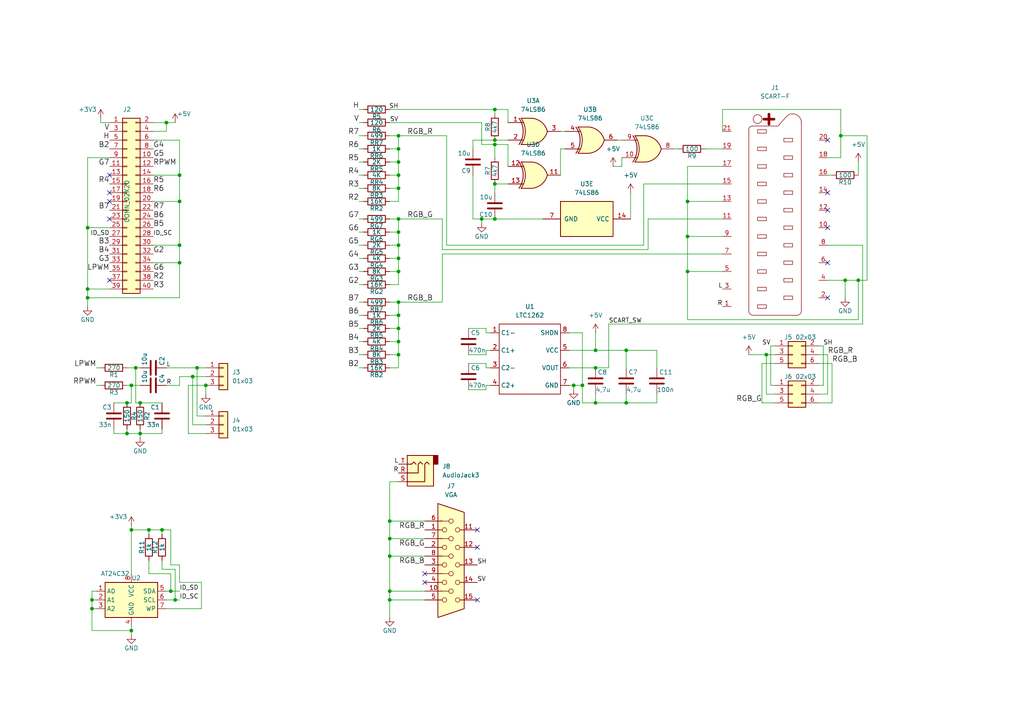
<source format=kicad_sch>
(kicad_sch (version 20211123) (generator eeschema)
  (paper "User" 297.002 210.007)
  (title_block (title "SCART for Raspberry Pi 400") (date "01/06/2021") (rev "v1") (company "Laurent Le Goff"))
  (lib_symbols
    (symbol "74xx:74LS86" (pin_names (offset 1.016))
      (property "Reference" "U" (at 0 1.27 0))
      (property "Value" "74LS86" (at 0 -1.27 0))
      (symbol "74LS86_1_0"
        (pin input line (at -7.62 2.54 0) (length 4.445) (name "~") (number "1"))
        (pin input line (at -7.62 -2.54 0) (length 4.445) (name "~") (number "2"))
        (pin output line (at 7.62 0 180) (length 3.81) (name "~") (number "3"))
      )
      (symbol "74LS86_2_0"
        (pin input line (at -7.62 2.54 0) (length 4.445) (name "~") (number "4"))
        (pin input line (at -7.62 -2.54 0) (length 4.445) (name "~") (number "5"))
        (pin output line (at 7.62 0 180) (length 3.81) (name "~") (number "6"))
      )
      (symbol "74LS86_3_0"
        (pin input line (at -7.62 -2.54 0) (length 4.445) (name "~") (number "10"))
        (pin output line (at 7.62 0 180) (length 3.81) (name "~") (number "8"))
        (pin input line (at -7.62 2.54 0) (length 4.445) (name "~") (number "9"))
      )
      (symbol "74LS86_4_0"
        (pin output line (at 7.62 0 180) (length 3.81) (name "~") (number "11"))
        (pin input line (at -7.62 2.54 0) (length 4.445) (name "~") (number "12"))
        (pin input line (at -7.62 -2.54 0) (length 4.445) (name "~") (number "13"))
      )
      (symbol "74LS86_5_0"
        (pin power_in line (at 0 12.7 270) (length 5.08) (name "VCC") (number "14"))
        (pin power_in line (at 0 -12.7 90) (length 5.08) (name "GND") (number "7"))
      )
    )
    (symbol "Connector:AudioJack3"
      (property "Reference" "J" (at 0 8.89 0))
      (property "Value" "AudioJack3" (at 0 6.35 0))
      (symbol "AudioJack3_1_1"
        (pin passive line (at 5.08 0 180) (length 2.54) (name "~") (number "R"))
        (pin passive line (at 5.08 2.54 180) (length 2.54) (name "~") (number "S"))
        (pin passive line (at 5.08 -2.54 180) (length 2.54) (name "~") (number "T"))
      )
    )
    (symbol "Connector:DB15_Female_HighDensity" (pin_names (offset 1.016) hide)
      (property "Reference" "J" (at 0 21.59 0))
      (property "Value" "DB15_Female_HighDensity" (at 0 19.05 0))
      (symbol "DB15_Female_HighDensity_1_1"
        (pin passive line (at -7.62 10.16 0) (length 5.08) (name "~") (number "1"))
        (pin passive line (at -7.62 -7.62 0) (length 5.08) (name "~") (number "10"))
        (pin passive line (at 7.62 10.16 180) (length 5.08) (name "~") (number "11"))
        (pin passive line (at 7.62 5.08 180) (length 5.08) (name "~") (number "12"))
        (pin passive line (at 7.62 0 180) (length 5.08) (name "~") (number "13"))
        (pin passive line (at 7.62 -5.08 180) (length 5.08) (name "~") (number "14"))
        (pin passive line (at 7.62 -10.16 180) (length 5.08) (name "~") (number "15"))
        (pin passive line (at -7.62 5.08 0) (length 5.08) (name "~") (number "2"))
        (pin passive line (at -7.62 0 0) (length 5.08) (name "~") (number "3"))
        (pin passive line (at -7.62 -5.08 0) (length 5.08) (name "~") (number "4"))
        (pin passive line (at -7.62 -10.16 0) (length 5.08) (name "~") (number "5"))
        (pin passive line (at -7.62 12.7 0) (length 5.08) (name "~") (number "6"))
        (pin passive line (at -7.62 7.62 0) (length 5.08) (name "~") (number "7"))
        (pin passive line (at -7.62 2.54 0) (length 5.08) (name "~") (number "8"))
        (pin passive line (at -7.62 -2.54 0) (length 5.08) (name "~") (number "9"))
      )
    )
    (symbol "Connector:SCART-F" (pin_names (offset 0.762) hide)
      (property "Reference" "J" (at 0 31.75 0))
      (property "Value" "SCART-F" (at 1.016 -29.21 0))
      (symbol "SCART-F_0_1"
        (text "+" (at -1.778 29.21 0) (effects (font (size 3.81 3.81) bold)))
      )
      (symbol "SCART-F_1_1"
        (pin passive line (at -15.24 -25.4 0) (length 2.54) (name "P1") (number "1"))
        (pin passive line (at 15.24 -2.54 180) (length 2.54) (name "P10") (number "10"))
        (pin passive line (at -15.24 0 0) (length 2.54) (name "P11") (number "11"))
        (pin passive line (at 15.24 2.54 180) (length 2.54) (name "P12") (number "12"))
        (pin passive line (at -15.24 5.08 0) (length 2.54) (name "P13") (number "13"))
        (pin passive line (at 15.24 7.62 180) (length 2.54) (name "P14") (number "14"))
        (pin passive line (at -15.24 10.16 0) (length 2.54) (name "P15") (number "15"))
        (pin passive line (at 15.24 12.7 180) (length 2.54) (name "P16") (number "16"))
        (pin passive line (at -15.24 15.24 0) (length 2.54) (name "P17") (number "17"))
        (pin passive line (at 15.24 17.78 180) (length 2.54) (name "P18") (number "18"))
        (pin passive line (at -15.24 20.32 0) (length 2.54) (name "P19") (number "19"))
        (pin passive line (at 15.24 -22.86 180) (length 2.54) (name "P2") (number "2"))
        (pin passive line (at 15.24 22.86 180) (length 2.54) (name "P20") (number "20"))
        (pin passive line (at -15.24 25.4 0) (length 2.54) (name "P21") (number "21"))
        (pin passive line (at -15.24 -20.32 0) (length 2.54) (name "P3") (number "3"))
        (pin passive line (at 15.24 -17.78 180) (length 2.54) (name "P4") (number "4"))
        (pin passive line (at -15.24 -15.24 0) (length 2.54) (name "P5") (number "5"))
        (pin passive line (at 15.24 -12.7 180) (length 2.54) (name "P6") (number "6"))
        (pin passive line (at -15.24 -10.16 0) (length 2.54) (name "P7") (number "7"))
        (pin passive line (at 15.24 -7.62 180) (length 2.54) (name "P8") (number "8"))
        (pin passive line (at -15.24 -5.08 0) (length 2.54) (name "P9") (number "9"))
      )
    )
    (symbol "Connector_Generic:Conn_01x03" (pin_names (offset 1.016) hide)
      (property "Reference" "J" (at 0 5.08 0))
      (property "Value" "Conn_01x03" (at 0 -5.08 0))
      (symbol "Conn_01x03_1_1"
        (pin passive line (at -5.08 2.54 0) (length 3.81) (name "Pin_1") (number "1"))
        (pin passive line (at -5.08 0 0) (length 3.81) (name "Pin_2") (number "2"))
        (pin passive line (at -5.08 -2.54 0) (length 3.81) (name "Pin_3") (number "3"))
      )
    )
    (symbol "Connector_Generic:Conn_02x03_Odd_Even" (pin_names (offset 1.016) hide)
      (property "Reference" "J" (at 1.27 5.08 0))
      (property "Value" "Conn_02x03_Odd_Even" (at 1.27 -5.08 0))
      (symbol "Conn_02x03_Odd_Even_1_1"
        (pin passive line (at -5.08 2.54 0) (length 3.81) (name "Pin_1") (number "1"))
        (pin passive line (at 7.62 2.54 180) (length 3.81) (name "Pin_2") (number "2"))
        (pin passive line (at -5.08 0 0) (length 3.81) (name "Pin_3") (number "3"))
        (pin passive line (at 7.62 0 180) (length 3.81) (name "Pin_4") (number "4"))
        (pin passive line (at -5.08 -2.54 0) (length 3.81) (name "Pin_5") (number "5"))
        (pin passive line (at 7.62 -2.54 180) (length 3.81) (name "Pin_6") (number "6"))
      )
    )
    (symbol "Connector_Generic:Conn_02x20_Odd_Even" (pin_names (offset 1.016) hide)
      (property "Reference" "J" (at 1.27 25.4 0))
      (property "Value" "Conn_02x20_Odd_Even" (at 1.27 -27.94 0))
      (symbol "Conn_02x20_Odd_Even_1_1"
        (pin passive line (at -5.08 22.86 0) (length 3.81) (name "Pin_1") (number "1"))
        (pin passive line (at 7.62 12.7 180) (length 3.81) (name "Pin_10") (number "10"))
        (pin passive line (at -5.08 10.16 0) (length 3.81) (name "Pin_11") (number "11"))
        (pin passive line (at 7.62 10.16 180) (length 3.81) (name "Pin_12") (number "12"))
        (pin passive line (at -5.08 7.62 0) (length 3.81) (name "Pin_13") (number "13"))
        (pin passive line (at 7.62 7.62 180) (length 3.81) (name "Pin_14") (number "14"))
        (pin passive line (at -5.08 5.08 0) (length 3.81) (name "Pin_15") (number "15"))
        (pin passive line (at 7.62 5.08 180) (length 3.81) (name "Pin_16") (number "16"))
        (pin passive line (at -5.08 2.54 0) (length 3.81) (name "Pin_17") (number "17"))
        (pin passive line (at 7.62 2.54 180) (length 3.81) (name "Pin_18") (number "18"))
        (pin passive line (at -5.08 0 0) (length 3.81) (name "Pin_19") (number "19"))
        (pin passive line (at 7.62 22.86 180) (length 3.81) (name "Pin_2") (number "2"))
        (pin passive line (at 7.62 0 180) (length 3.81) (name "Pin_20") (number "20"))
        (pin passive line (at -5.08 -2.54 0) (length 3.81) (name "Pin_21") (number "21"))
        (pin passive line (at 7.62 -2.54 180) (length 3.81) (name "Pin_22") (number "22"))
        (pin passive line (at -5.08 -5.08 0) (length 3.81) (name "Pin_23") (number "23"))
        (pin passive line (at 7.62 -5.08 180) (length 3.81) (name "Pin_24") (number "24"))
        (pin passive line (at -5.08 -7.62 0) (length 3.81) (name "Pin_25") (number "25"))
        (pin passive line (at 7.62 -7.62 180) (length 3.81) (name "Pin_26") (number "26"))
        (pin passive line (at -5.08 -10.16 0) (length 3.81) (name "Pin_27") (number "27"))
        (pin passive line (at 7.62 -10.16 180) (length 3.81) (name "Pin_28") (number "28"))
        (pin passive line (at -5.08 -12.7 0) (length 3.81) (name "Pin_29") (number "29"))
        (pin passive line (at -5.08 20.32 0) (length 3.81) (name "Pin_3") (number "3"))
        (pin passive line (at 7.62 -12.7 180) (length 3.81) (name "Pin_30") (number "30"))
        (pin passive line (at -5.08 -15.24 0) (length 3.81) (name "Pin_31") (number "31"))
        (pin passive line (at 7.62 -15.24 180) (length 3.81) (name "Pin_32") (number "32"))
        (pin passive line (at -5.08 -17.78 0) (length 3.81) (name "Pin_33") (number "33"))
        (pin passive line (at 7.62 -17.78 180) (length 3.81) (name "Pin_34") (number "34"))
        (pin passive line (at -5.08 -20.32 0) (length 3.81) (name "Pin_35") (number "35"))
        (pin passive line (at 7.62 -20.32 180) (length 3.81) (name "Pin_36") (number "36"))
        (pin passive line (at -5.08 -22.86 0) (length 3.81) (name "Pin_37") (number "37"))
        (pin passive line (at 7.62 -22.86 180) (length 3.81) (name "Pin_38") (number "38"))
        (pin passive line (at -5.08 -25.4 0) (length 3.81) (name "Pin_39") (number "39"))
        (pin passive line (at 7.62 20.32 180) (length 3.81) (name "Pin_4") (number "4"))
        (pin passive line (at 7.62 -25.4 180) (length 3.81) (name "Pin_40") (number "40"))
        (pin passive line (at -5.08 17.78 0) (length 3.81) (name "Pin_5") (number "5"))
        (pin passive line (at 7.62 17.78 180) (length 3.81) (name "Pin_6") (number "6"))
        (pin passive line (at -5.08 15.24 0) (length 3.81) (name "Pin_7") (number "7"))
        (pin passive line (at 7.62 15.24 180) (length 3.81) (name "Pin_8") (number "8"))
        (pin passive line (at -5.08 12.7 0) (length 3.81) (name "Pin_9") (number "9"))
      )
    )
    (symbol "Device:C" (pin_numbers hide) (pin_names (offset 0.254))
      (property "Reference" "C" (at 0.635 2.54 0))
      (property "Value" "C" (at 0.635 -2.54 0))
      (symbol "C_1_1"
        (pin passive line (at 0 3.81 270) (length 2.794) (name "~") (number "1"))
        (pin passive line (at 0 -3.81 90) (length 2.794) (name "~") (number "2"))
      )
    )
    (symbol "Device:R" (pin_numbers hide) (pin_names (offset 0))
      (property "Reference" "R" (at 2.032 0 90))
      (property "Value" "R" (at 0 0 90))
      (symbol "R_1_1"
        (pin passive line (at 0 3.81 270) (length 1.27) (name "~") (number "1"))
        (pin passive line (at 0 -3.81 90) (length 1.27) (name "~") (number "2"))
      )
    )
    (symbol "Memory_EEPROM:AT24CS32-SSHM"
      (property "Reference" "U" (at -7.62 6.35 0))
      (property "Value" "AT24CS32-SSHM" (at 2.54 -6.35 0))
      (symbol "AT24CS32-SSHM_1_1"
        (pin input line (at -10.16 2.54 0) (length 2.54) (name "A0") (number "1"))
        (pin input line (at -10.16 0 0) (length 2.54) (name "A1") (number "2"))
        (pin input line (at -10.16 -2.54 0) (length 2.54) (name "A2") (number "3"))
        (pin power_in line (at 0 -7.62 90) (length 2.54) (name "GND") (number "4"))
        (pin bidirectional line (at 10.16 2.54 180) (length 2.54) (name "SDA") (number "5"))
        (pin input line (at 10.16 0 180) (length 2.54) (name "SCL") (number "6"))
        (pin input line (at 10.16 -2.54 180) (length 2.54) (name "WP") (number "7"))
        (pin power_in line (at 0 7.62 270) (length 2.54) (name "VCC") (number "8"))
      )
    )
    (symbol "_LaurentPerso:LTC1262"
      (property "Reference" "U" (at -1.27 13.97 0))
      (property "Value" "LTC1262" (at 0 11.43 0))
      (symbol "LTC1262_1_1"
        (pin passive line (at -11.43 7.62 0) (length 2.54) (name "C1-") (number "1"))
        (pin passive line (at -11.43 2.54 0) (length 2.54) (name "C1+") (number "2"))
        (pin passive line (at -11.43 -2.54 0) (length 2.54) (name "C2-") (number "3"))
        (pin passive line (at -11.43 -7.62 0) (length 2.54) (name "C2+") (number "4"))
        (pin power_in line (at 11.43 2.54 180) (length 2.54) (name "VCC") (number "5"))
        (pin power_out line (at 11.43 -2.54 180) (length 2.54) (name "VOUT") (number "6"))
        (pin power_in line (at 11.43 -7.62 180) (length 2.54) (name "GND") (number "7"))
        (pin input line (at 11.43 7.62 180) (length 2.54) (name "SHDN") (number "8"))
      )
    )
    (symbol "power:+3.3V" (power) (pin_names (offset 0))
      (property "Value" "+3.3V" (at 0 3.556 0))
      (symbol "+3.3V_1_1"
        (pin power_in line (at 0 0 90) (length 0) hide (name "+3V3") (number "1"))
      )
    )
    (symbol "power:+5V" (power) (pin_names (offset 0))
      (property "Value" "+5V" (at 0 3.556 0))
      (symbol "+5V_1_1"
        (pin power_in line (at 0 0 90) (length 0) hide (name "+5V") (number "1"))
      )
    )
    (symbol "power:GND" (power) (pin_names (offset 0))
      (property "Value" "GND" (at 0 -3.81 0))
      (symbol "GND_1_1"
        (pin power_in line (at 0 0 270) (length 0) hide (name "GND") (number "1"))
      )
    )
  )
  (junction (at 115.57 99.06))
  (junction (at 143.51 63.5))
  (junction (at 115.57 39.37))
  (junction (at 199.39 68.58))
  (junction (at 172.72 101.6))
  (junction (at 168.91 111.76))
  (junction (at 115.57 74.93))
  (junction (at 52.07 71.12))
  (junction (at 40.64 125.73))
  (junction (at 46.99 153.67))
  (junction (at 113.03 171.45))
  (junction (at 143.51 40.64))
  (junction (at 25.4 66.04))
  (junction (at 143.51 41.91))
  (junction (at 222.25 102.87))
  (junction (at 59.69 111.76))
  (junction (at 113.03 151.13))
  (junction (at 40.64 116.84))
  (junction (at 181.61 116.84))
  (junction (at 181.61 101.6))
  (junction (at 115.57 63.5))
  (junction (at 115.57 54.61))
  (junction (at 25.4 83.82))
  (junction (at 115.57 91.44))
  (junction (at 199.39 78.74))
  (junction (at 26.67 176.53))
  (junction (at 115.57 43.18))
  (junction (at 115.57 102.87))
  (junction (at 115.57 95.25))
  (junction (at 172.72 106.68))
  (junction (at 113.03 156.21))
  (junction (at 52.07 50.8))
  (junction (at 248.92 81.28))
  (junction (at 115.57 50.8))
  (junction (at 57.15 106.68))
  (junction (at 113.03 161.29))
  (junction (at 199.39 58.42))
  (junction (at 38.1 182.88))
  (junction (at 115.57 71.12))
  (junction (at 49.53 171.45))
  (junction (at 115.57 67.31))
  (junction (at 39.37 106.68))
  (junction (at 52.07 58.42))
  (junction (at 115.57 46.99))
  (junction (at 55.88 109.22))
  (junction (at 143.51 53.34))
  (junction (at 38.1 153.67))
  (junction (at 143.51 31.75))
  (junction (at 166.37 111.76))
  (junction (at 115.57 87.63))
  (junction (at 172.72 116.84))
  (junction (at 245.11 81.28))
  (junction (at 243.84 39.37))
  (junction (at 139.7 63.5))
  (junction (at 36.83 116.84))
  (junction (at 26.67 173.99))
  (junction (at 48.26 35.56))
  (junction (at 113.03 173.99))
  (junction (at 52.07 76.2))
  (junction (at 36.83 125.73))
  (junction (at 43.18 153.67))
  (junction (at 38.1 111.76))
  (junction (at 25.4 86.36))
  (junction (at 50.8 173.99))
  (junction (at 115.57 78.74))
  (no_connect (at 138.43 158.75))
  (no_connect (at 138.43 153.67))
  (no_connect (at 123.19 166.37))
  (no_connect (at 123.19 168.91))
  (no_connect (at 138.43 173.99))
  (no_connect (at 31.75 55.88))
  (no_connect (at 31.75 50.8))
  (no_connect (at 240.03 66.04))
  (no_connect (at 240.03 55.88))
  (no_connect (at 240.03 60.96))
  (no_connect (at 240.03 40.64))
  (no_connect (at 240.03 76.2))
  (no_connect (at 240.03 86.36))
  (no_connect (at 31.75 63.5))
  (no_connect (at 31.75 81.28))
  (no_connect (at 31.75 58.42))
  (wire (pts (xy 162.56 50.8) (xy 162.56 43.18)))
  (wire (pts (xy 40.64 116.84) (xy 39.37 116.84)))
  (wire (pts (xy 25.4 45.72) (xy 25.4 66.04)))
  (wire (pts (xy 243.84 45.72) (xy 243.84 39.37)))
  (wire (pts (xy 52.07 109.22) (xy 52.07 111.76)))
  (wire (pts (xy 46.99 153.67) (xy 49.53 153.67)))
  (wire (pts (xy 115.57 39.37) (xy 129.54 39.37)))
  (wire (pts (xy 172.72 114.3) (xy 172.72 116.84)))
  (wire (pts (xy 48.26 173.99) (xy 50.8 173.99)))
  (wire (pts (xy 104.14 50.8) (xy 105.41 50.8)))
  (wire (pts (xy 240.03 50.8) (xy 241.3 50.8)))
  (wire (pts (xy 105.41 31.75) (xy 104.14 31.75)))
  (wire (pts (xy 52.07 111.76) (xy 48.26 111.76)))
  (wire (pts (xy 168.91 111.76) (xy 168.91 116.84)))
  (wire (pts (xy 115.57 63.5) (xy 115.57 67.31)))
  (wire (pts (xy 238.76 100.33) (xy 238.76 111.76)))
  (wire (pts (xy 140.97 101.6) (xy 142.24 101.6)))
  (wire (pts (xy 217.17 102.87) (xy 222.25 102.87)))
  (wire (pts (xy 113.03 67.31) (xy 115.57 67.31)))
  (wire (pts (xy 46.99 116.84) (xy 40.64 116.84)))
  (wire (pts (xy 199.39 68.58) (xy 199.39 78.74)))
  (wire (pts (xy 115.57 39.37) (xy 115.57 43.18)))
  (wire (pts (xy 113.03 161.29) (xy 113.03 171.45)))
  (wire (pts (xy 190.5 101.6) (xy 190.5 106.68)))
  (wire (pts (xy 104.14 91.44) (xy 105.41 91.44)))
  (wire (pts (xy 115.57 46.99) (xy 115.57 50.8)))
  (wire (pts (xy 105.41 43.18) (xy 104.14 43.18)))
  (wire (pts (xy 137.16 50.8) (xy 137.16 63.5)))
  (wire (pts (xy 248.92 81.28) (xy 248.92 92.71)))
  (wire (pts (xy 52.07 71.12) (xy 52.07 76.2)))
  (wire (pts (xy 187.96 72.39) (xy 128.27 72.39)))
  (wire (pts (xy 104.14 71.12) (xy 105.41 71.12)))
  (wire (pts (xy 224.79 105.41) (xy 220.98 105.41)))
  (wire (pts (xy 46.99 154.94) (xy 46.99 153.67)))
  (wire (pts (xy 139.7 63.5) (xy 139.7 64.77)))
  (wire (pts (xy 115.57 63.5) (xy 128.27 63.5)))
  (wire (pts (xy 140.97 106.68) (xy 142.24 106.68)))
  (wire (pts (xy 40.64 106.68) (xy 39.37 106.68)))
  (wire (pts (xy 26.67 176.53) (xy 27.94 176.53)))
  (wire (pts (xy 29.21 35.56) (xy 29.21 34.29)))
  (wire (pts (xy 113.03 156.21) (xy 123.19 156.21)))
  (wire (pts (xy 165.1 106.68) (xy 172.72 106.68)))
  (wire (pts (xy 140.97 105.41) (xy 140.97 106.68)))
  (wire (pts (xy 250.19 71.12) (xy 250.19 93.98)))
  (wire (pts (xy 128.27 72.39) (xy 128.27 63.5)))
  (wire (pts (xy 59.69 109.22) (xy 55.88 109.22)))
  (wire (pts (xy 50.8 173.99) (xy 50.8 165.1)))
  (wire (pts (xy 40.64 124.46) (xy 40.64 125.73)))
  (wire (pts (xy 113.03 71.12) (xy 115.57 71.12)))
  (wire (pts (xy 26.67 173.99) (xy 27.94 173.99)))
  (wire (pts (xy 143.51 41.91) (xy 139.7 41.91)))
  (wire (pts (xy 59.69 111.76) (xy 54.61 111.76)))
  (wire (pts (xy 52.07 86.36) (xy 25.4 86.36)))
  (wire (pts (xy 55.88 109.22) (xy 55.88 123.19)))
  (wire (pts (xy 59.69 106.68) (xy 57.15 106.68)))
  (wire (pts (xy 166.37 111.76) (xy 168.91 111.76)))
  (wire (pts (xy 38.1 182.88) (xy 26.67 182.88)))
  (wire (pts (xy 209.55 63.5) (xy 187.96 63.5)))
  (wire (pts (xy 113.03 50.8) (xy 115.57 50.8)))
  (wire (pts (xy 250.19 93.98) (xy 176.53 93.98)))
  (wire (pts (xy 104.14 82.55) (xy 105.41 82.55)))
  (wire (pts (xy 176.53 106.68) (xy 172.72 106.68)))
  (wire (pts (xy 38.1 181.61) (xy 38.1 182.88)))
  (wire (pts (xy 50.8 165.1) (xy 46.99 165.1)))
  (wire (pts (xy 128.27 73.66) (xy 128.27 87.63)))
  (wire (pts (xy 139.7 63.5) (xy 143.51 63.5)))
  (wire (pts (xy 137.16 40.64) (xy 137.16 43.18)))
  (wire (pts (xy 190.5 116.84) (xy 190.5 114.3)))
  (wire (pts (xy 54.61 111.76) (xy 54.61 125.73)))
  (wire (pts (xy 140.97 96.52) (xy 142.24 96.52)))
  (wire (pts (xy 181.61 116.84) (xy 181.61 114.3)))
  (wire (pts (xy 179.07 40.64) (xy 180.34 40.64)))
  (wire (pts (xy 166.37 111.76) (xy 166.37 113.03)))
  (wire (pts (xy 143.51 40.64) (xy 147.32 40.64)))
  (wire (pts (xy 104.14 74.93) (xy 105.41 74.93)))
  (wire (pts (xy 52.07 168.91) (xy 58.42 168.91)))
  (wire (pts (xy 142.24 111.76) (xy 140.97 111.76)))
  (wire (pts (xy 44.45 76.2) (xy 52.07 76.2)))
  (wire (pts (xy 43.18 166.37) (xy 49.53 166.37)))
  (wire (pts (xy 140.97 111.76) (xy 140.97 113.03)))
  (wire (pts (xy 113.03 151.13) (xy 113.03 156.21)))
  (wire (pts (xy 105.41 106.68) (xy 104.14 106.68)))
  (wire (pts (xy 43.18 153.67) (xy 43.18 154.94)))
  (wire (pts (xy 46.99 153.67) (xy 43.18 153.67)))
  (wire (pts (xy 104.14 102.87) (xy 105.41 102.87)))
  (wire (pts (xy 38.1 116.84) (xy 36.83 116.84)))
  (wire (pts (xy 147.32 31.75) (xy 147.32 35.56)))
  (wire (pts (xy 25.4 66.04) (xy 25.4 83.82)))
  (wire (pts (xy 195.58 43.18) (xy 196.85 43.18)))
  (wire (pts (xy 135.89 95.25) (xy 140.97 95.25)))
  (wire (pts (xy 113.03 106.68) (xy 115.57 106.68)))
  (wire (pts (xy 49.53 163.83) (xy 52.07 163.83)))
  (wire (pts (xy 39.37 106.68) (xy 36.83 106.68)))
  (wire (pts (xy 237.49 105.41) (xy 241.3 105.41)))
  (wire (pts (xy 113.03 171.45) (xy 113.03 173.99)))
  (wire (pts (xy 181.61 106.68) (xy 181.61 101.6)))
  (wire (pts (xy 105.41 58.42) (xy 104.14 58.42)))
  (wire (pts (xy 139.7 41.91) (xy 139.7 35.56)))
  (wire (pts (xy 113.03 78.74) (xy 115.57 78.74)))
  (wire (pts (xy 43.18 162.56) (xy 43.18 166.37)))
  (wire (pts (xy 220.98 116.84) (xy 224.79 116.84)))
  (wire (pts (xy 223.52 111.76) (xy 224.79 111.76)))
  (wire (pts (xy 237.49 102.87) (xy 240.03 102.87)))
  (wire (pts (xy 129.54 71.12) (xy 129.54 39.37)))
  (wire (pts (xy 58.42 176.53) (xy 58.42 168.91)))
  (wire (pts (xy 25.4 86.36) (xy 25.4 88.9)))
  (wire (pts (xy 147.32 48.26) (xy 147.32 41.91)))
  (wire (pts (xy 209.55 73.66) (xy 128.27 73.66)))
  (wire (pts (xy 49.53 166.37) (xy 49.53 171.45)))
  (wire (pts (xy 180.34 45.72) (xy 180.34 48.26)))
  (wire (pts (xy 248.92 46.99) (xy 248.92 50.8)))
  (wire (pts (xy 140.97 102.87) (xy 140.97 101.6)))
  (wire (pts (xy 104.14 78.74) (xy 105.41 78.74)))
  (wire (pts (xy 115.57 71.12) (xy 115.57 74.93)))
  (wire (pts (xy 48.26 38.1) (xy 48.26 35.56)))
  (wire (pts (xy 44.45 38.1) (xy 48.26 38.1)))
  (wire (pts (xy 209.55 38.1) (xy 209.55 31.75)))
  (wire (pts (xy 115.57 102.87) (xy 113.03 102.87)))
  (wire (pts (xy 113.03 35.56) (xy 139.7 35.56)))
  (wire (pts (xy 115.57 54.61) (xy 115.57 58.42)))
  (wire (pts (xy 44.45 50.8) (xy 52.07 50.8)))
  (wire (pts (xy 113.03 171.45) (xy 123.19 171.45)))
  (wire (pts (xy 115.57 91.44) (xy 115.57 95.25)))
  (wire (pts (xy 199.39 58.42) (xy 199.39 68.58)))
  (wire (pts (xy 209.55 58.42) (xy 199.39 58.42)))
  (wire (pts (xy 115.57 99.06) (xy 115.57 102.87)))
  (wire (pts (xy 162.56 38.1) (xy 163.83 38.1)))
  (wire (pts (xy 143.51 31.75) (xy 147.32 31.75)))
  (wire (pts (xy 40.64 125.73) (xy 36.83 125.73)))
  (wire (pts (xy 113.03 173.99) (xy 123.19 173.99)))
  (wire (pts (xy 113.03 58.42) (xy 115.57 58.42)))
  (wire (pts (xy 55.88 109.22) (xy 52.07 109.22)))
  (wire (pts (xy 237.49 100.33) (xy 238.76 100.33)))
  (wire (pts (xy 46.99 165.1) (xy 46.99 162.56)))
  (wire (pts (xy 245.11 81.28) (xy 245.11 86.36)))
  (wire (pts (xy 123.19 151.13) (xy 113.03 151.13)))
  (wire (pts (xy 57.15 120.65) (xy 59.69 120.65)))
  (wire (pts (xy 44.45 71.12) (xy 52.07 71.12)))
  (wire (pts (xy 39.37 116.84) (xy 39.37 106.68)))
  (wire (pts (xy 36.83 116.84) (xy 33.02 116.84)))
  (wire (pts (xy 44.45 58.42) (xy 52.07 58.42)))
  (wire (pts (xy 143.51 53.34) (xy 147.32 53.34)))
  (wire (pts (xy 38.1 111.76) (xy 38.1 116.84)))
  (wire (pts (xy 38.1 153.67) (xy 38.1 166.37)))
  (wire (pts (xy 143.51 40.64) (xy 137.16 40.64)))
  (wire (pts (xy 26.67 173.99) (xy 26.67 171.45)))
  (wire (pts (xy 105.41 39.37) (xy 104.14 39.37)))
  (wire (pts (xy 48.26 176.53) (xy 58.42 176.53)))
  (wire (pts (xy 104.14 54.61) (xy 105.41 54.61)))
  (wire (pts (xy 115.57 39.37) (xy 113.03 39.37)))
  (wire (pts (xy 113.03 43.18) (xy 115.57 43.18)))
  (wire (pts (xy 147.32 41.91) (xy 143.51 41.91)))
  (wire (pts (xy 240.03 102.87) (xy 240.03 114.3)))
  (wire (pts (xy 52.07 58.42) (xy 52.07 71.12)))
  (wire (pts (xy 57.15 106.68) (xy 57.15 120.65)))
  (wire (pts (xy 143.51 31.75) (xy 143.51 33.02)))
  (wire (pts (xy 36.83 125.73) (xy 33.02 125.73)))
  (wire (pts (xy 48.26 106.68) (xy 57.15 106.68)))
  (wire (pts (xy 222.25 102.87) (xy 222.25 114.3)))
  (wire (pts (xy 59.69 111.76) (xy 59.69 114.3)))
  (wire (pts (xy 182.88 55.88) (xy 182.88 63.5)))
  (wire (pts (xy 115.57 95.25) (xy 115.57 99.06)))
  (wire (pts (xy 209.55 53.34) (xy 186.69 53.34)))
  (wire (pts (xy 248.92 92.71) (xy 199.39 92.71)))
  (wire (pts (xy 31.75 83.82) (xy 25.4 83.82)))
  (wire (pts (xy 243.84 31.75) (xy 243.84 39.37)))
  (wire (pts (xy 52.07 40.64) (xy 52.07 50.8)))
  (wire (pts (xy 115.57 99.06) (xy 113.03 99.06)))
  (wire (pts (xy 113.03 139.7) (xy 113.03 151.13)))
  (wire (pts (xy 199.39 48.26) (xy 209.55 48.26)))
  (wire (pts (xy 143.51 41.91) (xy 143.51 45.72)))
  (wire (pts (xy 115.57 63.5) (xy 113.03 63.5)))
  (wire (pts (xy 113.03 95.25) (xy 115.57 95.25)))
  (wire (pts (xy 50.8 173.99) (xy 52.07 173.99)))
  (wire (pts (xy 165.1 96.52) (xy 168.91 96.52)))
  (wire (pts (xy 104.14 87.63) (xy 105.41 87.63)))
  (wire (pts (xy 115.57 87.63) (xy 128.27 87.63)))
  (wire (pts (xy 31.75 66.04) (xy 25.4 66.04)))
  (wire (pts (xy 251.46 81.28) (xy 248.92 81.28)))
  (wire (pts (xy 115.57 50.8) (xy 115.57 54.61)))
  (wire (pts (xy 115.57 139.7) (xy 113.03 139.7)))
  (wire (pts (xy 220.98 105.41) (xy 220.98 116.84)))
  (wire (pts (xy 237.49 111.76) (xy 238.76 111.76)))
  (wire (pts (xy 40.64 111.76) (xy 38.1 111.76)))
  (wire (pts (xy 52.07 76.2) (xy 52.07 86.36)))
  (wire (pts (xy 49.53 171.45) (xy 52.07 171.45)))
  (wire (pts (xy 104.14 95.25) (xy 105.41 95.25)))
  (wire (pts (xy 135.89 105.41) (xy 140.97 105.41)))
  (wire (pts (xy 104.14 99.06) (xy 105.41 99.06)))
  (wire (pts (xy 222.25 114.3) (xy 224.79 114.3)))
  (wire (pts (xy 209.55 31.75) (xy 243.84 31.75)))
  (wire (pts (xy 26.67 176.53) (xy 26.67 173.99)))
  (wire (pts (xy 140.97 95.25) (xy 140.97 96.52)))
  (wire (pts (xy 44.45 40.64) (xy 52.07 40.64)))
  (wire (pts (xy 143.51 63.5) (xy 157.48 63.5)))
  (wire (pts (xy 40.64 125.73) (xy 40.64 127)))
  (wire (pts (xy 33.02 125.73) (xy 33.02 124.46)))
  (wire (pts (xy 113.03 31.75) (xy 143.51 31.75)))
  (wire (pts (xy 49.53 171.45) (xy 48.26 171.45)))
  (wire (pts (xy 43.18 153.67) (xy 38.1 153.67)))
  (wire (pts (xy 241.3 105.41) (xy 241.3 116.84)))
  (wire (pts (xy 105.41 35.56) (xy 104.14 35.56)))
  (wire (pts (xy 224.79 100.33) (xy 223.52 100.33)))
  (wire (pts (xy 186.69 71.12) (xy 129.54 71.12)))
  (wire (pts (xy 240.03 45.72) (xy 243.84 45.72)))
  (wire (pts (xy 113.03 46.99) (xy 115.57 46.99)))
  (wire (pts (xy 52.07 163.83) (xy 52.07 168.91)))
  (wire (pts (xy 240.03 114.3) (xy 237.49 114.3)))
  (wire (pts (xy 104.14 63.5) (xy 105.41 63.5)))
  (wire (pts (xy 113.03 74.93) (xy 115.57 74.93)))
  (wire (pts (xy 240.03 81.28) (xy 245.11 81.28)))
  (wire (pts (xy 172.72 101.6) (xy 181.61 101.6)))
  (wire (pts (xy 115.57 67.31) (xy 115.57 71.12)))
  (wire (pts (xy 31.75 35.56) (xy 29.21 35.56)))
  (wire (pts (xy 251.46 39.37) (xy 251.46 81.28)))
  (wire (pts (xy 165.1 101.6) (xy 172.72 101.6)))
  (wire (pts (xy 199.39 48.26) (xy 199.39 58.42)))
  (wire (pts (xy 172.72 116.84) (xy 181.61 116.84)))
  (wire (pts (xy 165.1 111.76) (xy 166.37 111.76)))
  (wire (pts (xy 140.97 113.03) (xy 135.89 113.03)))
  (wire (pts (xy 181.61 116.84) (xy 190.5 116.84)))
  (wire (pts (xy 186.69 53.34) (xy 186.69 71.12)))
  (wire (pts (xy 29.21 111.76) (xy 27.94 111.76)))
  (wire (pts (xy 115.57 74.93) (xy 115.57 78.74)))
  (wire (pts (xy 36.83 124.46) (xy 36.83 125.73)))
  (wire (pts (xy 55.88 123.19) (xy 59.69 123.19)))
  (wire (pts (xy 52.07 50.8) (xy 52.07 58.42)))
  (wire (pts (xy 241.3 116.84) (xy 237.49 116.84)))
  (wire (pts (xy 113.03 91.44) (xy 115.57 91.44)))
  (wire (pts (xy 113.03 173.99) (xy 113.03 179.07)))
  (wire (pts (xy 115.57 54.61) (xy 113.03 54.61)))
  (wire (pts (xy 26.67 182.88) (xy 26.67 176.53)))
  (wire (pts (xy 168.91 116.84) (xy 172.72 116.84)))
  (wire (pts (xy 38.1 111.76) (xy 36.83 111.76)))
  (wire (pts (xy 245.11 81.28) (xy 248.92 81.28)))
  (wire (pts (xy 187.96 63.5) (xy 187.96 72.39)))
  (wire (pts (xy 181.61 101.6) (xy 190.5 101.6)))
  (wire (pts (xy 113.03 161.29) (xy 123.19 161.29)))
  (wire (pts (xy 115.57 87.63) (xy 115.57 91.44)))
  (wire (pts (xy 224.79 102.87) (xy 222.25 102.87)))
  (wire (pts (xy 115.57 87.63) (xy 113.03 87.63)))
  (wire (pts (xy 49.53 153.67) (xy 49.53 163.83)))
  (wire (pts (xy 38.1 153.67) (xy 38.1 152.4)))
  (wire (pts (xy 180.34 48.26) (xy 177.8 48.26)))
  (wire (pts (xy 29.21 106.68) (xy 27.94 106.68)))
  (wire (pts (xy 31.75 45.72) (xy 25.4 45.72)))
  (wire (pts (xy 46.99 125.73) (xy 40.64 125.73)))
  (wire (pts (xy 176.53 93.98) (xy 176.53 106.68)))
  (wire (pts (xy 48.26 35.56) (xy 50.8 35.56)))
  (wire (pts (xy 104.14 46.99) (xy 105.41 46.99)))
  (wire (pts (xy 115.57 82.55) (xy 113.03 82.55)))
  (wire (pts (xy 168.91 96.52) (xy 168.91 111.76)))
  (wire (pts (xy 115.57 78.74) (xy 115.57 82.55)))
  (wire (pts (xy 223.52 100.33) (xy 223.52 111.76)))
  (wire (pts (xy 209.55 78.74) (xy 199.39 78.74)))
  (wire (pts (xy 199.39 78.74) (xy 199.39 92.71)))
  (wire (pts (xy 26.67 171.45) (xy 27.94 171.45)))
  (wire (pts (xy 115.57 106.68) (xy 115.57 102.87)))
  (wire (pts (xy 54.61 125.73) (xy 59.69 125.73)))
  (wire (pts (xy 243.84 39.37) (xy 251.46 39.37)))
  (wire (pts (xy 240.03 71.12) (xy 250.19 71.12)))
  (wire (pts (xy 46.99 124.46) (xy 46.99 125.73)))
  (wire (pts (xy 204.47 43.18) (xy 209.55 43.18)))
  (wire (pts (xy 199.39 68.58) (xy 209.55 68.58)))
  (wire (pts (xy 25.4 83.82) (xy 25.4 86.36)))
  (wire (pts (xy 113.03 156.21) (xy 113.03 161.29)))
  (wire (pts (xy 38.1 182.88) (xy 38.1 184.15)))
  (wire (pts (xy 143.51 53.34) (xy 143.51 55.88)))
  (wire (pts (xy 172.72 96.52) (xy 172.72 101.6)))
  (wire (pts (xy 104.14 67.31) (xy 105.41 67.31)))
  (wire (pts (xy 135.89 102.87) (xy 140.97 102.87)))
  (wire (pts (xy 44.45 35.56) (xy 48.26 35.56)))
  (wire (pts (xy 162.56 43.18) (xy 163.83 43.18)))
  (wire (pts (xy 137.16 63.5) (xy 139.7 63.5)))
  (wire (pts (xy 115.57 43.18) (xy 115.57 46.99)))
  (label "R6" (at 44.45 55.88 0) (effects (font (size 1.524 1.524))))
  (label "G3" (at 31.75 76.2 180) (effects (font (size 1.524 1.524))))
  (label "R4" (at 31.75 53.34 180) (effects (font (size 1.524 1.524))))
  (label "R2" (at 104.14 58.42 180) (effects (font (size 1.524 1.524))))
  (label "B3" (at 31.75 71.12 180) (effects (font (size 1.524 1.524))))
  (label "R" (at 48.26 111.76 0))
  (label "G4" (at 44.45 43.18 0) (effects (font (size 1.524 1.524))))
  (label "R3" (at 44.45 83.82 0) (effects (font (size 1.524 1.524))))
  (label "B5" (at 104.14 95.25 180) (effects (font (size 1.524 1.524))))
  (label "RGB_R" (at 118.11 39.37 0) (effects (font (size 1.524 1.524))))
  (label "H" (at 31.75 40.64 180) (effects (font (size 1.524 1.524))))
  (label "B3" (at 104.14 102.87 180) (effects (font (size 1.524 1.524))))
  (label "RGB_G" (at 220.98 116.84 180) (effects (font (size 1.524 1.524))))
  (label "B7" (at 104.14 87.63 180) (effects (font (size 1.524 1.524))))
  (label "R7" (at 44.45 60.96 0) (effects (font (size 1.524 1.524))))
  (label "R" (at 209.55 88.9 180))
  (label "SV" (at 115.57 35.56 180))
  (label "RPWM" (at 27.94 111.76 180) (effects (font (size 1.524 1.524))))
  (label "G5" (at 104.14 71.12 180) (effects (font (size 1.524 1.524))))
  (label "R5" (at 104.14 46.99 180) (effects (font (size 1.524 1.524))))
  (label "B4" (at 31.75 73.66 180) (effects (font (size 1.524 1.524))))
  (label "SCART_SW" (at 176.53 93.98 0))
  (label "G7" (at 104.14 63.5 180) (effects (font (size 1.524 1.524))))
  (label "H" (at 104.14 31.75 180) (effects (font (size 1.524 1.524))))
  (label "SH" (at 115.57 31.75 180))
  (label "G3" (at 104.14 78.74 180) (effects (font (size 1.524 1.524))))
  (label "SH" (at 238.76 100.33 0))
  (label "ID_SD" (at 31.75 68.58 180))
  (label "G2" (at 44.45 73.66 0) (effects (font (size 1.524 1.524))))
  (label "LPWM" (at 31.75 78.74 180) (effects (font (size 1.524 1.524))))
  (label "G2" (at 104.14 82.55 180) (effects (font (size 1.524 1.524))))
  (label "R4" (at 104.14 50.8 180) (effects (font (size 1.524 1.524))))
  (label "ID_SC" (at 44.45 68.58 0))
  (label "B2" (at 104.14 106.68 180) (effects (font (size 1.524 1.524))))
  (label "B7" (at 31.75 60.96 180) (effects (font (size 1.524 1.524))))
  (label "RGB_B" (at 241.3 105.41 0) (effects (font (size 1.524 1.524))))
  (label "V" (at 31.75 38.1 180) (effects (font (size 1.524 1.524))))
  (label "L" (at 115.57 134.62 180))
  (label "LPWM" (at 27.94 106.68 180) (effects (font (size 1.524 1.524))))
  (label "G7" (at 31.75 48.26 180) (effects (font (size 1.524 1.524))))
  (label "RGB_G" (at 118.11 63.5 0) (effects (font (size 1.524 1.524))))
  (label "V" (at 104.14 35.56 180) (effects (font (size 1.524 1.524))))
  (label "RGB_B" (at 118.11 87.63 0) (effects (font (size 1.524 1.524))))
  (label "SV" (at 223.52 100.33 180))
  (label "L" (at 209.55 83.82 180))
  (label "ID_SD" (at 52.07 171.45 0))
  (label "RPWM" (at 44.45 48.26 0) (effects (font (size 1.524 1.524))))
  (label "RGB_G" (at 123.19 158.75 180) (effects (font (size 1.524 1.524))))
  (label "RGB_B" (at 123.19 163.83 180) (effects (font (size 1.524 1.524))))
  (label "R2" (at 44.45 81.28 0) (effects (font (size 1.524 1.524))))
  (label "RGB_R" (at 123.19 153.67 180) (effects (font (size 1.524 1.524))))
  (label "R6" (at 104.14 43.18 180) (effects (font (size 1.524 1.524))))
  (label "ID_SC" (at 52.07 173.99 0))
  (label "G6" (at 44.45 78.74 0) (effects (font (size 1.524 1.524))))
  (label "SH" (at 138.43 163.83 0))
  (label "B6" (at 104.14 91.44 180) (effects (font (size 1.524 1.524))))
  (label "B2" (at 31.75 43.18 180) (effects (font (size 1.524 1.524))))
  (label "G5" (at 44.45 45.72 0) (effects (font (size 1.524 1.524))))
  (label "R" (at 115.57 137.16 180))
  (label "B4" (at 104.14 99.06 180) (effects (font (size 1.524 1.524))))
  (label "RGB_R" (at 240.03 102.87 0) (effects (font (size 1.524 1.524))))
  (label "SV" (at 138.43 168.91 0))
  (label "R3" (at 104.14 54.61 180) (effects (font (size 1.524 1.524))))
  (label "G4" (at 104.14 74.93 180) (effects (font (size 1.524 1.524))))
  (label "G6" (at 104.14 67.31 180) (effects (font (size 1.524 1.524))))
  (label "L" (at 48.26 106.68 0))
  (label "R7" (at 104.14 39.37 180) (effects (font (size 1.524 1.524))))
  (label "B5" (at 44.45 66.04 0) (effects (font (size 1.524 1.524))))
  (label "B6" (at 44.45 63.5 0) (effects (font (size 1.524 1.524))))
  (label "R5" (at 44.45 53.34 0) (effects (font (size 1.524 1.524))))
  (symbol (lib_id "Connector_Generic:Conn_02x20_Odd_Even") (at 36.83 58.42 0) (unit 1)
    (property "Reference" "J2" (at 36.83 31.75 0))
    (property "Value" "CONN_02X20" (at 36.83 58.42 90))
    (property "Footprint" "_LaurentPerso:2x40_PCB" (effects hide))
  )
  (symbol (lib_id "Device:R") (at 109.22 31.75 90) (mirror x) (unit 1)
    (property "Reference" "R5" (at 109.22 33.782 90))
    (property "Value" "120" (at 109.22 31.75 90))
    (property "Footprint" "Resistor_SMD:R_0805_2012Metric" (effects hide))
  )
  (symbol (lib_id "Device:R") (at 109.22 35.56 90) (mirror x) (unit 1)
    (property "Reference" "R6" (at 109.22 37.592 90))
    (property "Value" "120" (at 109.22 35.56 90))
    (property "Footprint" "Resistor_SMD:R_0805_2012Metric" (effects hide))
  )
  (symbol (lib_id "Device:R") (at 109.22 39.37 90) (mirror x) (unit 1)
    (property "Reference" "RR7" (at 109.22 41.402 90))
    (property "Value" "499" (at 109.22 39.37 90))
    (property "Footprint" "Resistor_SMD:R_0805_2012Metric" (effects hide))
  )
  (symbol (lib_id "Device:R") (at 109.22 43.18 90) (mirror x) (unit 1)
    (property "Reference" "RR6" (at 109.22 45.212 90))
    (property "Value" "1K" (at 109.22 43.18 90))
    (property "Footprint" "Resistor_SMD:R_0805_2012Metric" (effects hide))
  )
  (symbol (lib_id "Device:R") (at 109.22 46.99 90) (mirror x) (unit 1)
    (property "Reference" "RR5" (at 109.22 49.022 90))
    (property "Value" "2K" (at 109.22 46.99 90))
    (property "Footprint" "Resistor_SMD:R_0805_2012Metric" (effects hide))
  )
  (symbol (lib_id "Device:R") (at 109.22 50.8 90) (mirror x) (unit 1)
    (property "Reference" "RR4" (at 109.22 52.832 90))
    (property "Value" "4K" (at 109.22 50.8 90))
    (property "Footprint" "Resistor_SMD:R_0805_2012Metric" (effects hide))
  )
  (symbol (lib_id "Device:R") (at 109.22 54.61 90) (mirror x) (unit 1)
    (property "Reference" "RR3" (at 109.22 56.642 90))
    (property "Value" "8K" (at 109.22 54.61 90))
    (property "Footprint" "Resistor_SMD:R_0805_2012Metric" (effects hide))
  )
  (symbol (lib_id "Device:R") (at 109.22 63.5 90) (mirror x) (unit 1)
    (property "Reference" "RG7" (at 109.22 65.532 90))
    (property "Value" "499" (at 109.22 63.5 90))
    (property "Footprint" "Resistor_SMD:R_0805_2012Metric" (effects hide))
  )
  (symbol (lib_id "Device:R") (at 109.22 67.31 90) (mirror x) (unit 1)
    (property "Reference" "RG6" (at 109.22 69.342 90))
    (property "Value" "1K" (at 109.22 67.31 90))
    (property "Footprint" "Resistor_SMD:R_0805_2012Metric" (effects hide))
  )
  (symbol (lib_id "Device:R") (at 109.22 71.12 90) (mirror x) (unit 1)
    (property "Reference" "RG5" (at 109.22 73.152 90))
    (property "Value" "2K" (at 109.22 71.12 90))
    (property "Footprint" "Resistor_SMD:R_0805_2012Metric" (effects hide))
  )
  (symbol (lib_id "Device:R") (at 109.22 74.93 90) (mirror x) (unit 1)
    (property "Reference" "RG4" (at 109.22 76.962 90))
    (property "Value" "4K" (at 109.22 74.93 90))
    (property "Footprint" "Resistor_SMD:R_0805_2012Metric" (effects hide))
  )
  (symbol (lib_id "Device:R") (at 109.22 78.74 90) (mirror x) (unit 1)
    (property "Reference" "RG3" (at 109.22 80.772 90))
    (property "Value" "8K" (at 109.22 78.74 90))
    (property "Footprint" "Resistor_SMD:R_0805_2012Metric" (effects hide))
  )
  (symbol (lib_id "Device:R") (at 109.22 82.55 90) (mirror x) (unit 1)
    (property "Reference" "RG2" (at 109.22 84.582 90))
    (property "Value" "16K" (at 109.22 82.55 90))
    (property "Footprint" "Resistor_SMD:R_0805_2012Metric" (effects hide))
  )
  (symbol (lib_id "Device:R") (at 109.22 87.63 90) (mirror x) (unit 1)
    (property "Reference" "RB7" (at 109.22 89.662 90))
    (property "Value" "499" (at 109.22 87.63 90))
    (property "Footprint" "Resistor_SMD:R_0805_2012Metric" (effects hide))
  )
  (symbol (lib_id "Device:R") (at 109.22 91.44 90) (mirror x) (unit 1)
    (property "Reference" "RB6" (at 109.22 93.472 90))
    (property "Value" "1K" (at 109.22 91.44 90))
    (property "Footprint" "Resistor_SMD:R_0805_2012Metric" (effects hide))
  )
  (symbol (lib_id "Device:R") (at 109.22 95.25 90) (mirror x) (unit 1)
    (property "Reference" "RB5" (at 109.22 97.282 90))
    (property "Value" "2K" (at 109.22 95.25 90))
    (property "Footprint" "Resistor_SMD:R_0805_2012Metric" (effects hide))
  )
  (symbol (lib_id "Device:R") (at 109.22 99.06 90) (mirror x) (unit 1)
    (property "Reference" "RB4" (at 109.22 101.092 90))
    (property "Value" "4K" (at 109.22 99.06 90))
    (property "Footprint" "Resistor_SMD:R_0805_2012Metric" (effects hide))
  )
  (symbol (lib_id "Device:R") (at 109.22 102.87 90) (mirror x) (unit 1)
    (property "Reference" "RB3" (at 109.22 104.902 90))
    (property "Value" "8K" (at 109.22 102.87 90))
    (property "Footprint" "Resistor_SMD:R_0805_2012Metric" (effects hide))
  )
  (symbol (lib_id "power:GND") (at 25.4 88.9 0) (unit 1)
    (property "Reference" "#PWR04" (effects hide))
    (property "Value" "GND" (at 25.4 92.71 0))
  )
  (symbol (lib_id "Device:R") (at 33.02 106.68 90) (mirror x) (unit 1)
    (property "Reference" "R1" (at 33.02 108.712 90))
    (property "Value" "270" (at 33.02 106.68 90))
    (property "Footprint" "Resistor_SMD:R_0805_2012Metric" (effects hide))
  )
  (symbol (lib_id "Device:R") (at 33.02 111.76 90) (mirror x) (unit 1)
    (property "Reference" "R3" (at 33.02 113.792 90))
    (property "Value" "270" (at 33.02 111.76 90))
    (property "Footprint" "Resistor_SMD:R_0805_2012Metric" (effects hide))
  )
  (symbol (lib_id "Device:R") (at 40.64 120.65 0) (mirror x) (unit 1)
    (property "Reference" "R2" (at 42.672 120.65 90))
    (property "Value" "150" (at 40.64 120.65 90))
    (property "Footprint" "Resistor_SMD:R_0805_2012Metric" (effects hide))
  )
  (symbol (lib_id "Device:R") (at 36.83 120.65 0) (mirror x) (unit 1)
    (property "Reference" "R4" (at 38.862 120.65 90))
    (property "Value" "150" (at 36.83 120.65 90))
    (property "Footprint" "Resistor_SMD:R_0805_2012Metric" (effects hide))
  )
  (symbol (lib_id "Device:C") (at 33.02 120.65 0) (mirror y) (unit 1)
    (property "Reference" "C3" (at 32.385 118.11 0) (effects (justify left)))
    (property "Value" "33n" (at 32.385 123.19 0) (effects (justify left)))
    (property "Footprint" "Capacitor_SMD:C_0805_2012Metric" (effects hide))
  )
  (symbol (lib_id "Device:C") (at 46.99 120.65 0) (mirror y) (unit 1)
    (property "Reference" "C1" (at 46.355 118.11 0) (effects (justify left)))
    (property "Value" "33n" (at 46.355 123.19 0) (effects (justify left)))
    (property "Footprint" "Capacitor_SMD:C_0805_2012Metric" (effects hide))
  )
  (symbol (lib_id "power:GND") (at 40.64 127 0) (mirror y) (unit 1)
    (property "Reference" "#PWR06" (effects hide))
    (property "Value" "GND" (at 40.64 130.81 0))
  )
  (symbol (lib_id "Device:C") (at 190.5 110.49 0) (unit 1)
    (property "Reference" "C11" (at 191.135 107.95 0) (effects (justify left)))
    (property "Value" "100n" (at 190.5 113.03 0) (effects (justify left)))
    (property "Footprint" "Capacitor_SMD:C_0805_2012Metric" (effects hide))
  )
  (symbol (lib_id "power:GND") (at 139.7 64.77 0) (unit 1)
    (property "Reference" "#PWR07" (effects hide))
    (property "Value" "GND" (at 139.7 68.58 0))
  )
  (symbol (lib_id "power:+5V") (at 248.92 46.99 0) (unit 1)
    (property "Reference" "#PWR014" (effects hide))
    (property "Value" "+5V" (at 248.92 41.91 0))
  )
  (symbol (lib_id "power:+3.3V") (at 38.1 152.4 0) (unit 1)
    (property "Reference" "#PWR02" (effects hide))
    (property "Value" "+3.3V" (at 34.29 149.86 0))
  )
  (symbol (lib_id "Connector_Generic:Conn_02x03_Odd_Even") (at 229.87 102.87 0) (unit 1)
    (property "Reference" "J5" (at 228.6 97.79 0))
    (property "Value" "02x03" (at 233.68 97.79 0))
    (property "Footprint" "Connector_PinHeader_2.54mm:PinHeader_2x03_P2.54mm_Vertical" (effects hide))
  )
  (symbol (lib_id "Device:R") (at 46.99 158.75 180) (unit 1)
    (property "Reference" "R12" (at 44.958 158.75 90))
    (property "Value" "1k" (at 46.99 158.75 90))
    (property "Footprint" "Resistor_SMD:R_0805_2012Metric" (effects hide))
  )
  (symbol (lib_id "Device:C") (at 135.89 109.22 0) (unit 1)
    (property "Reference" "C6" (at 136.525 106.68 0) (effects (justify left)))
    (property "Value" "470n" (at 135.89 111.76 0) (effects (justify left)))
    (property "Footprint" "Capacitor_SMD:C_0805_2012Metric" (effects hide))
  )
  (symbol (lib_id "Connector_Generic:Conn_01x03") (at 64.77 109.22 0) (unit 1)
    (property "Reference" "J3" (at 67.31 107.9499 0) (effects (justify left)))
    (property "Value" "01x03" (at 67.31 110.4899 0) (effects (justify left)))
    (property "Footprint" "Connector_PinHeader_2.54mm:PinHeader_1x03_P2.54mm_Vertical" (effects hide))
  )
  (symbol (lib_id "74xx:74LS86") (at 171.45 40.64 0) (unit 2)
    (property "Reference" "U3" (at 171.1452 31.75 0))
    (property "Value" "74LS86" (at 171.1452 34.29 0))
    (property "Footprint" "Package_SO:SOIC-14_3.9x8.7mm_P1.27mm" (effects hide))
    (property "Datasheet" "74xx/74ls86.pdf" (effects hide))
  )
  (symbol (lib_id "power:GND") (at 38.1 184.15 0) (unit 1)
    (property "Reference" "#PWR03" (effects hide))
    (property "Value" "GND" (at 38.1 187.96 0))
  )
  (symbol (lib_id "Connector:AudioJack3") (at 120.65 137.16 180) (unit 1)
    (property "Reference" "J8" (at 128.27 135.2549 0) (effects (justify right)))
    (property "Value" "AudioJack3" (at 128.27 137.7949 0) (effects (justify right)))
    (property "Footprint" "_LaurentPerso:jack3.5smd" (effects hide))
  )
  (symbol (lib_id "power:+3.3V") (at 29.21 34.29 0) (unit 1)
    (property "Reference" "#PWR01" (effects hide))
    (property "Value" "+3.3V" (at 25.4 31.75 0))
  )
  (symbol (lib_id "power:GND") (at 166.37 113.03 0) (unit 1)
    (property "Reference" "#PWR08" (effects hide))
    (property "Value" "GND" (at 166.37 116.84 0))
  )
  (symbol (lib_id "Memory_EEPROM:AT24CS32-SSHM") (at 38.1 173.99 0) (unit 1)
    (property "Reference" "U2" (at 38.1 167.64 0) (effects (justify left)))
    (property "Value" "AT24C32" (at 29.21 166.37 0) (effects (justify left)))
    (property "Footprint" "Package_SO:SOIC-8_3.9x4.9mm_P1.27mm" (effects hide))
    (property "Datasheet" "http://ww1.microchip.com/downloads/en/DeviceDoc/Atmel-8869-SEEPROM-AT24CS32-Datasheet.pdf" (effects hide))
  )
  (symbol (lib_id "Device:R") (at 143.51 49.53 180) (unit 1)
    (property "Reference" "R7" (at 141.478 49.53 90))
    (property "Value" "4k7" (at 143.51 49.53 90))
    (property "Footprint" "Resistor_SMD:R_0805_2012Metric" (effects hide))
  )
  (symbol (lib_id "power:+5V") (at 172.72 96.52 0) (unit 1)
    (property "Reference" "#PWR09" (effects hide))
    (property "Value" "+5V" (at 172.72 91.44 0))
  )
  (symbol (lib_id "Device:C") (at 172.72 110.49 0) (unit 1)
    (property "Reference" "C8" (at 173.355 107.95 0) (effects (justify left)))
    (property "Value" "4,7u" (at 172.72 113.03 0) (effects (justify left)))
    (property "Footprint" "Capacitor_SMD:C_0805_2012Metric" (effects hide))
  )
  (symbol (lib_id "Device:R") (at 109.22 106.68 90) (mirror x) (unit 1)
    (property "Reference" "RB2" (at 109.22 108.712 90))
    (property "Value" "16K" (at 109.22 106.68 90))
    (property "Footprint" "Resistor_SMD:R_0805_2012Metric" (effects hide))
  )
  (symbol (lib_id "power:GND") (at 59.69 114.3 0) (unit 1)
    (property "Reference" "#PWR011" (effects hide))
    (property "Value" "GND" (at 59.69 118.11 0))
  )
  (symbol (lib_id "Device:R") (at 143.51 36.83 180) (unit 1)
    (property "Reference" "R8" (at 141.478 36.83 90))
    (property "Value" "4k7" (at 143.51 36.83 90))
    (property "Footprint" "Resistor_SMD:R_0805_2012Metric" (effects hide))
  )
  (symbol (lib_id "Connector_Generic:Conn_01x03") (at 64.77 123.19 0) (unit 1)
    (property "Reference" "J4" (at 67.31 121.9199 0) (effects (justify left)))
    (property "Value" "01x03" (at 67.31 124.4599 0) (effects (justify left)))
    (property "Footprint" "Connector_PinHeader_2.54mm:PinHeader_1x03_P2.54mm_Vertical" (effects hide))
  )
  (symbol (lib_id "Connector:SCART-F") (at 224.79 63.5 0) (unit 1)
    (property "Reference" "J1" (at 224.79 25.4 0))
    (property "Value" "SCART-F" (at 224.79 27.94 0))
    (property "Footprint" "_LaurentPerso:SCART" (effects hide))
    (property "Datasheet" " ~" (effects hide))
  )
  (symbol (lib_id "power:+5V") (at 177.8 48.26 0) (unit 1)
    (property "Reference" "#PWR010" (effects hide))
    (property "Value" "+5V" (at 177.8 43.18 0))
  )
  (symbol (lib_id "power:GND") (at 245.11 86.36 0) (unit 1)
    (property "Reference" "#PWR013" (effects hide))
    (property "Value" "GND" (at 245.11 90.17 0))
  )
  (symbol (lib_id "Connector_Generic:Conn_02x03_Odd_Even") (at 229.87 114.3 0) (unit 1)
    (property "Reference" "J6" (at 228.6 109.22 0))
    (property "Value" "02x03" (at 233.68 109.22 0))
    (property "Footprint" "Connector_PinHeader_2.54mm:PinHeader_2x03_P2.54mm_Vertical" (effects hide))
  )
  (symbol (lib_id "_LaurentPerso:LTC1262") (at 153.67 104.14 0) (unit 1)
    (property "Reference" "U1" (at 153.67 88.9 0))
    (property "Value" "LTC1262" (at 153.67 91.44 0))
    (property "Footprint" "Package_SO:SOIC-8_3.9x4.9mm_P1.27mm" (effects hide))
  )
  (symbol (lib_id "power:+5V") (at 217.17 102.87 0) (unit 1)
    (property "Reference" "#PWR012" (effects hide))
    (property "Value" "+5V" (at 217.17 97.79 0))
  )
  (symbol (lib_id "74xx:74LS86") (at 154.94 38.1 0) (unit 1)
    (property "Reference" "U3" (at 154.6352 29.21 0))
    (property "Value" "74LS86" (at 154.6352 31.75 0))
    (property "Footprint" "Package_SO:SOIC-14_3.9x8.7mm_P1.27mm" (effects hide))
    (property "Datasheet" "74xx/74ls86.pdf" (effects hide))
  )
  (symbol (lib_id "Device:R") (at 245.11 50.8 270) (unit 1)
    (property "Reference" "R10" (at 245.11 52.832 90))
    (property "Value" "100" (at 245.11 50.8 90))
    (property "Footprint" "Resistor_SMD:R_0805_2012Metric" (effects hide))
  )
  (symbol (lib_id "Device:C") (at 44.45 111.76 270) (mirror x) (unit 1)
    (property "Reference" "C4" (at 46.99 111.125 0) (effects (justify left)))
    (property "Value" "10u" (at 41.91 111.125 0) (effects (justify left)))
    (property "Footprint" "Capacitor_SMD:C_0805_2012Metric" (effects hide))
  )
  (symbol (lib_id "power:+5V") (at 182.88 55.88 0) (unit 1)
    (property "Reference" "#PWR0101" (effects hide))
    (property "Value" "+5V" (at 182.88 50.8 0))
  )
  (symbol (lib_id "Device:C") (at 44.45 106.68 270) (mirror x) (unit 1)
    (property "Reference" "C2" (at 46.99 106.045 0) (effects (justify left)))
    (property "Value" "10u" (at 41.91 106.045 0) (effects (justify left)))
    (property "Footprint" "Capacitor_SMD:C_0805_2012Metric" (effects hide))
  )
  (symbol (lib_id "Device:R") (at 109.22 58.42 90) (mirror x) (unit 1)
    (property "Reference" "RR2" (at 109.22 60.452 90))
    (property "Value" "16K" (at 109.22 58.42 90))
    (property "Footprint" "Resistor_SMD:R_0805_2012Metric" (effects hide))
  )
  (symbol (lib_id "Connector:DB15_Female_HighDensity") (at 130.81 163.83 0) (unit 1)
    (property "Reference" "J7" (at 130.81 140.97 0))
    (property "Value" "VGA" (at 130.81 143.51 0))
    (property "Footprint" "_LaurentPerso:DB_15F-VGA" (effects hide))
    (property "Datasheet" " ~" (effects hide))
  )
  (symbol (lib_id "Device:R") (at 43.18 158.75 180) (unit 1)
    (property "Reference" "R11" (at 41.148 158.75 90))
    (property "Value" "1k" (at 43.18 158.75 90))
    (property "Footprint" "Resistor_SMD:R_0805_2012Metric" (effects hide))
  )
  (symbol (lib_id "74xx:74LS86") (at 154.94 50.8 0) (unit 4)
    (property "Reference" "U3" (at 154.6352 41.91 0))
    (property "Value" "74LS86" (at 154.6352 44.45 0))
    (property "Footprint" "Package_SO:SOIC-14_3.9x8.7mm_P1.27mm" (effects hide))
    (property "Datasheet" "74xx/74ls86.pdf" (effects hide))
  )
  (symbol (lib_id "Device:C") (at 181.61 110.49 0) (unit 1)
    (property "Reference" "C7" (at 182.245 107.95 0) (effects (justify left)))
    (property "Value" "4,7u" (at 181.61 113.03 0) (effects (justify left)))
    (property "Footprint" "Capacitor_SMD:C_0805_2012Metric" (effects hide))
  )
  (symbol (lib_id "74xx:74LS86") (at 170.18 63.5 270) (unit 5)
    (property "Reference" "U3" (at 170.18 53.34 90))
    (property "Value" "74LS86" (at 170.18 55.88 90))
    (property "Footprint" "Package_SO:SOIC-14_3.9x8.7mm_P1.27mm" (effects hide))
    (property "Datasheet" "74xx/74ls86.pdf" (effects hide))
  )
  (symbol (lib_id "power:+5V") (at 50.8 35.56 0) (unit 1)
    (property "Reference" "#PWR05" (effects hide))
    (property "Value" "+5V" (at 53.34 33.02 0))
  )
  (symbol (lib_id "74xx:74LS86") (at 187.96 43.18 0) (unit 3)
    (property "Reference" "U3" (at 187.6552 34.29 0))
    (property "Value" "74LS86" (at 187.6552 36.83 0))
    (property "Footprint" "Package_SO:SOIC-14_3.9x8.7mm_P1.27mm" (effects hide))
    (property "Datasheet" "74xx/74ls86.pdf" (effects hide))
  )
  (symbol (lib_id "Device:C") (at 137.16 46.99 180) (unit 1)
    (property "Reference" "C9" (at 136.525 49.53 0) (effects (justify left)))
    (property "Value" "10u" (at 136.525 44.45 0) (effects (justify left)))
    (property "Footprint" "Capacitor_SMD:C_0805_2012Metric" (effects hide))
  )
  (symbol (lib_id "Device:R") (at 200.66 43.18 270) (unit 1)
    (property "Reference" "R9" (at 200.66 45.212 90))
    (property "Value" "100" (at 200.66 43.18 90))
    (property "Footprint" "Resistor_SMD:R_0805_2012Metric" (effects hide))
  )
  (symbol (lib_id "power:GND") (at 113.03 179.07 0) (mirror y) (unit 1)
    (property "Reference" "#PWR015" (effects hide))
    (property "Value" "GND" (at 113.03 182.88 0))
  )
  (symbol (lib_id "Device:C") (at 143.51 59.69 180) (unit 1)
    (property "Reference" "C10" (at 142.875 62.23 0) (effects (justify left)))
    (property "Value" "10u" (at 142.875 57.15 0) (effects (justify left)))
    (property "Footprint" "Capacitor_SMD:C_0805_2012Metric" (effects hide))
  )
  (symbol (lib_id "Device:C") (at 135.89 99.06 0) (unit 1)
    (property "Reference" "C5" (at 136.525 96.52 0) (effects (justify left)))
    (property "Value" "470n" (at 135.89 101.6 0) (effects (justify left)))
    (property "Footprint" "Capacitor_SMD:C_0805_2012Metric" (effects hide))
  )
)
</source>
